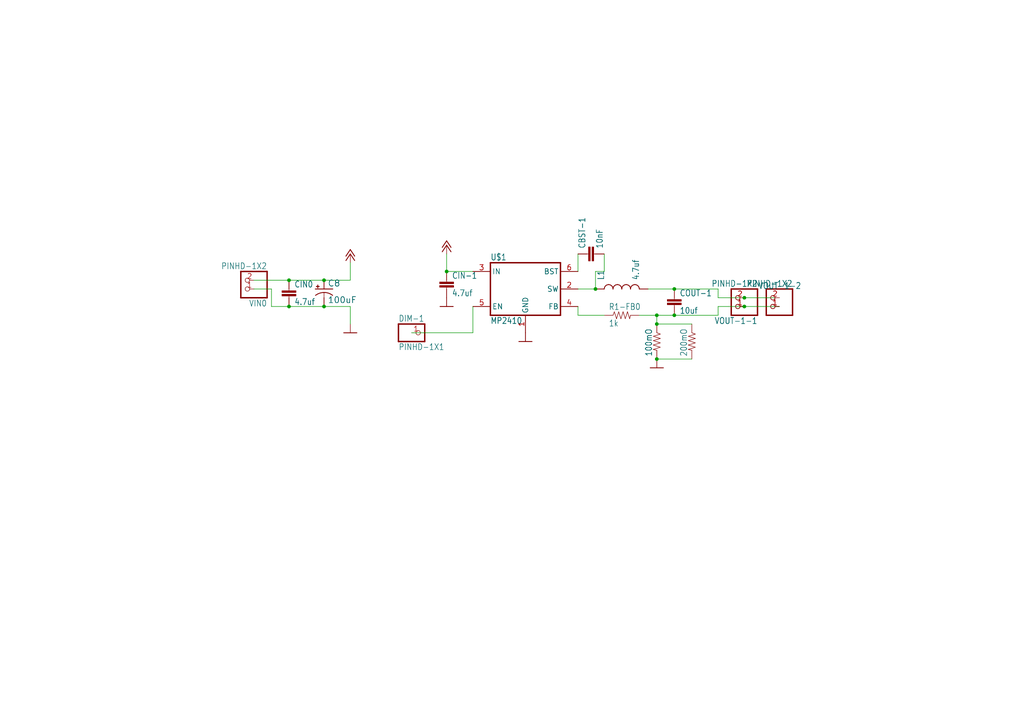
<source format=kicad_sch>
(kicad_sch (version 20250114) (generator "eeschema") (generator_version "9.0")
  (paper "A4")
  (lib_symbols
    (symbol "BikeLight-eagle-import:+12V" (power)
      (symbol "+12V_1_0"
        (polyline (pts (xy 0 1.27) (xy -1.27 -0.635)) (stroke (width 0.254)))
        (polyline (pts (xy 0 0) (xy -1.27 -1.905)) (stroke (width 0.254)))
        (polyline (pts (xy 1.27 -0.635) (xy 0 1.27)) (stroke (width 0.254)))
        (polyline (pts (xy 1.27 -1.905) (xy 0 0)) (stroke (width 0.254)))
        (pin power_in line (at 0 -2.54 90) (length 2.54) (name "+12V") (number "1"))
      )
    )
    (symbol "BikeLight-eagle-import:100UF-POLAR-10X10.5-63V-20%"
      (property "Reference" "C" (at 1.016 0.635 0))
      (symbol "100UF-POLAR-10X10.5-63V-20%_1_0"
        (polyline (pts (xy -2.54 0) (xy 2.54 0)) (stroke (width 0.254)))
        (rectangle (start -2.253 0.668) (end -1.364 0.795) (fill (type outline)))
        (rectangle (start -1.872 0.287) (end -1.745 1.176) (fill (type outline)))
        (arc (start 0 -1) (mid 1.3158 -1.2195) (end 2.4892 -1.8541) (stroke (width 0.254)))
        (arc (start -2.4669 -1.8504) (mid -1.3021 -1.2303) (end 0 -1.0161) (stroke (width 0.254)))
        (polyline (pts (xy 0 -1.016) (xy 0 -2.54)) (stroke (width 0.1524)))
        (pin passive line (at 0 2.54 270) (length 2.54) (name "+") (number "+"))
        (pin passive line (at 0 -5.08 90) (length 2.54) (name "-") (number "-"))
      )
    )
    (symbol "BikeLight-eagle-import:CAP0805"
      (property "Reference" "C" (at 1.524 2.921 0))
      (symbol "CAP0805_1_0"
        (rectangle (start -2.032 1.524) (end 2.032 2.032) (fill (type outline)))
        (rectangle (start -2.032 0.508) (end 2.032 1.016) (fill (type outline)))
        (polyline (pts (xy 0 2.54) (xy 0 2.032)) (stroke (width 0.1524)))
        (polyline (pts (xy 0 0) (xy 0 0.508)) (stroke (width 0.1524)))
        (pin passive line (at 0 5.08 270) (length 2.54) (name "1") (number "1"))
        (pin passive line (at 0 -2.54 90) (length 2.54) (name "2") (number "2"))
      )
    )
    (symbol "BikeLight-eagle-import:CAP1206"
      (property "Reference" "C" (at 1.524 2.921 0))
      (symbol "CAP1206_1_0"
        (rectangle (start -2.032 1.524) (end 2.032 2.032) (fill (type outline)))
        (rectangle (start -2.032 0.508) (end 2.032 1.016) (fill (type outline)))
        (polyline (pts (xy 0 2.54) (xy 0 2.032)) (stroke (width 0.1524)))
        (polyline (pts (xy 0 0) (xy 0 0.508)) (stroke (width 0.1524)))
        (pin passive line (at 0 5.08 270) (length 2.54) (name "1") (number "1"))
        (pin passive line (at 0 -2.54 90) (length 2.54) (name "2") (number "2"))
      )
    )
    (symbol "BikeLight-eagle-import:CAP1210"
      (property "Reference" "C" (at 1.524 2.921 0))
      (symbol "CAP1210_1_0"
        (rectangle (start -2.032 1.524) (end 2.032 2.032) (fill (type outline)))
        (rectangle (start -2.032 0.508) (end 2.032 1.016) (fill (type outline)))
        (polyline (pts (xy 0 2.54) (xy 0 2.032)) (stroke (width 0.1524)))
        (polyline (pts (xy 0 0) (xy 0 0.508)) (stroke (width 0.1524)))
        (pin passive line (at 0 5.08 270) (length 2.54) (name "1") (number "1"))
        (pin passive line (at 0 -2.54 90) (length 2.54) (name "2") (number "2"))
      )
    )
    (symbol "BikeLight-eagle-import:GND" (power)
      (symbol "GND_1_0"
        (polyline (pts (xy -1.905 0) (xy 1.905 0)) (stroke (width 0.254)))
        (pin power_in line (at 0 2.54 270) (length 2.54) (name "GND") (number "1"))
      )
    )
    (symbol "BikeLight-eagle-import:INDUCTORRLB0912"
      (property "Reference" "L" (at 2.54 5.08 0))
      (symbol "INDUCTORRLB0912_1_0"
        (arc (start 1.27 3.81) (mid 0.898 2.912) (end 0 2.54) (stroke (width 0.254)))
        (arc (start 0 5.08) (mid 0.898 4.708) (end 1.27 3.81) (stroke (width 0.254)))
        (arc (start 1.27 1.27) (mid 0.898 0.372) (end 0 0) (stroke (width 0.254)))
        (arc (start 0 0) (mid 0.898 -0.372) (end 1.27 -1.27) (stroke (width 0.254)))
        (arc (start 1.27 -3.81) (mid 0.898 -4.708) (end 0 -5.08) (stroke (width 0.254)))
        (arc (start 0 -2.54) (mid 0.898 -2.912) (end 1.27 -3.81) (stroke (width 0.254)))
        (arc (start 0 2.54) (mid 0.8981 2.168) (end 1.2701 1.2699) (stroke (width 0.254)))
        (arc (start 1.2701 -1.2699) (mid 0.8981 -2.168) (end 0 -2.54) (stroke (width 0.254)))
        (pin passive line (at 0 7.62 270) (length 2.54) (name "1") (number "1"))
        (pin passive line (at 0 -7.62 90) (length 2.54) (name "2") (number "2"))
      )
    )
    (symbol "BikeLight-eagle-import:MP2410"
      (symbol "MP2410_1_0"
        (polyline (pts (xy -20.32 10.16) (xy -20.32 -5.08)) (stroke (width 0.4064)))
        (polyline (pts (xy -20.32 10.16) (xy 0 10.16)) (stroke (width 0.4064)))
        (polyline (pts (xy 0 -5.08) (xy -20.32 -5.08)) (stroke (width 0.4064)))
        (polyline (pts (xy 0 -5.08) (xy 0 10.16)) (stroke (width 0.4064)))
        (pin input line (at -25.4 7.62 0) (length 5.08) (name "IN") (number "3"))
        (pin input line (at -25.4 -2.54 0) (length 5.08) (name "EN") (number "5"))
        (pin input line (at -10.16 -10.16 90) (length 5.08) (name "GND") (number "1"))
        (pin output line (at 5.08 7.62 180) (length 5.08) (name "BST") (number "6"))
        (pin output line (at 5.08 2.54 180) (length 5.08) (name "SW") (number "2"))
        (pin input line (at 5.08 -2.54 180) (length 5.08) (name "FB") (number "4"))
      )
    )
    (symbol "BikeLight-eagle-import:PINHD-1X1"
      (property "Reference" "JP" (at -6.35 3.175 0))
      (symbol "PINHD-1X1_1_0"
        (polyline (pts (xy -6.35 2.54) (xy -6.35 -2.54)) (stroke (width 0.4064)))
        (polyline (pts (xy -6.35 -2.54) (xy 1.27 -2.54)) (stroke (width 0.4064)))
        (polyline (pts (xy 1.27 2.54) (xy -6.35 2.54)) (stroke (width 0.4064)))
        (polyline (pts (xy 1.27 -2.54) (xy 1.27 2.54)) (stroke (width 0.4064)))
        (pin passive inverted (at -2.54 0 0) (length 2.54) (name "1") (number "1"))
      )
    )
    (symbol "BikeLight-eagle-import:PINHD-1X2"
      (property "Reference" "JP" (at -6.35 5.715 0))
      (symbol "PINHD-1X2_1_0"
        (polyline (pts (xy -6.35 5.08) (xy -6.35 -2.54)) (stroke (width 0.4064)))
        (polyline (pts (xy -6.35 -2.54) (xy 1.27 -2.54)) (stroke (width 0.4064)))
        (polyline (pts (xy 1.27 5.08) (xy -6.35 5.08)) (stroke (width 0.4064)))
        (polyline (pts (xy 1.27 -2.54) (xy 1.27 5.08)) (stroke (width 0.4064)))
        (pin passive inverted (at -2.54 2.54 0) (length 2.54) (name "1") (number "1"))
        (pin passive inverted (at -2.54 0 0) (length 2.54) (name "2") (number "2"))
      )
    )
    (symbol "BikeLight-eagle-import:RESISTOR0805-RES"
      (property "Reference" "R" (at -3.81 1.4986 0))
      (symbol "RESISTOR0805-RES_1_0"
        (polyline (pts (xy -2.54 0) (xy -2.159 1.016)) (stroke (width 0.1524)))
        (polyline (pts (xy -2.159 1.016) (xy -1.524 -1.016)) (stroke (width 0.1524)))
        (polyline (pts (xy -1.524 -1.016) (xy -0.889 1.016)) (stroke (width 0.1524)))
        (polyline (pts (xy -0.889 1.016) (xy -0.254 -1.016)) (stroke (width 0.1524)))
        (polyline (pts (xy -0.254 -1.016) (xy 0.381 1.016)) (stroke (width 0.1524)))
        (polyline (pts (xy 0.381 1.016) (xy 1.016 -1.016)) (stroke (width 0.1524)))
        (polyline (pts (xy 1.016 -1.016) (xy 1.651 1.016)) (stroke (width 0.1524)))
        (polyline (pts (xy 1.651 1.016) (xy 2.286 -1.016)) (stroke (width 0.1524)))
        (polyline (pts (xy 2.286 -1.016) (xy 2.54 0)) (stroke (width 0.1524)))
        (pin passive line (at -5.08 0 0) (length 2.54) (name "1") (number "1"))
        (pin passive line (at 5.08 0 180) (length 2.54) (name "2") (number "2"))
      )
    )
    (symbol "BikeLight-eagle-import:RESISTOR1206"
      (property "Reference" "R" (at -3.81 1.4986 0))
      (symbol "RESISTOR1206_1_0"
        (polyline (pts (xy -2.54 0) (xy -2.159 1.016)) (stroke (width 0.1524)))
        (polyline (pts (xy -2.159 1.016) (xy -1.524 -1.016)) (stroke (width 0.1524)))
        (polyline (pts (xy -1.524 -1.016) (xy -0.889 1.016)) (stroke (width 0.1524)))
        (polyline (pts (xy -0.889 1.016) (xy -0.254 -1.016)) (stroke (width 0.1524)))
        (polyline (pts (xy -0.254 -1.016) (xy 0.381 1.016)) (stroke (width 0.1524)))
        (polyline (pts (xy 0.381 1.016) (xy 1.016 -1.016)) (stroke (width 0.1524)))
        (polyline (pts (xy 1.016 -1.016) (xy 1.651 1.016)) (stroke (width 0.1524)))
        (polyline (pts (xy 1.651 1.016) (xy 2.286 -1.016)) (stroke (width 0.1524)))
        (polyline (pts (xy 2.286 -1.016) (xy 2.54 0)) (stroke (width 0.1524)))
        (pin passive line (at -5.08 0 0) (length 2.54) (name "1") (number "1"))
        (pin passive line (at 5.08 0 180) (length 2.54) (name "2") (number "2"))
      )
    )
  )
  (junction (at 93.98 88.9))
  (junction (at 129.54 78.74))
  (junction (at 190.5 91.44))
  (junction (at 190.5 104.14))
  (junction (at 190.5 93.98))
  (junction (at 172.72 83.82))
  (junction (at 195.58 91.44))
  (junction (at 83.82 81.28))
  (junction (at 83.82 88.9))
  (junction (at 215.9 88.9))
  (junction (at 215.9 86.36))
  (junction (at 93.98 81.28))
  (junction (at 195.58 83.82))
  (wire (pts (xy 200.66 104.14) (xy 190.5 104.14)) (stroke (width 0.1524)))
  (wire (pts (xy 73.66 81.28) (xy 83.82 81.28)) (stroke (width 0.1524)))
  (wire (pts (xy 83.82 88.9) (xy 78.74 88.9)) (stroke (width 0.1524)))
  (wire (pts (xy 215.9 86.36) (xy 226.06 86.36)) (stroke (width 0.1524)))
  (wire (pts (xy 78.74 83.82) (xy 78.74 88.9)) (stroke (width 0.1524)))
  (wire (pts (xy 175.26 91.44) (xy 167.64 91.44)) (stroke (width 0.1524)))
  (wire (pts (xy 208.28 88.9) (xy 208.28 91.44)) (stroke (width 0.1524)))
  (wire (pts (xy 93.98 81.28) (xy 101.6 81.28)) (stroke (width 0.1524)))
  (wire (pts (xy 208.28 86.36) (xy 215.9 86.36)) (stroke (width 0.1524)))
  (wire (pts (xy 208.28 91.44) (xy 195.58 91.44)) (stroke (width 0.1524)))
  (wire (pts (xy 129.54 78.74) (xy 129.54 73.66)) (stroke (width 0.1524)))
  (wire (pts (xy 215.9 88.9) (xy 226.06 88.9)) (stroke (width 0.1524)))
  (wire (pts (xy 93.98 88.9) (xy 83.82 88.9)) (stroke (width 0.1524)))
  (wire (pts (xy 167.64 91.44) (xy 167.64 88.9)) (stroke (width 0.1524)))
  (wire (pts (xy 167.64 83.82) (xy 172.72 83.82)) (stroke (width 0.1524)))
  (wire (pts (xy 175.26 78.74) (xy 172.72 78.74)) (stroke (width 0.1524)))
  (wire (pts (xy 195.58 91.44) (xy 190.5 91.44)) (stroke (width 0.1524)))
  (wire (pts (xy 190.5 93.98) (xy 190.5 91.44)) (stroke (width 0.1524)))
  (wire (pts (xy 93.98 88.9) (xy 101.6 88.9)) (stroke (width 0.1524)))
  (wire (pts (xy 137.16 88.9) (xy 137.16 96.52)) (stroke (width 0.1524)))
  (wire (pts (xy 215.9 88.9) (xy 208.28 88.9)) (stroke (width 0.1524)))
  (wire (pts (xy 190.5 93.98) (xy 200.66 93.98)) (stroke (width 0.1524)))
  (wire (pts (xy 190.5 91.44) (xy 185.42 91.44)) (stroke (width 0.1524)))
  (wire (pts (xy 208.28 83.82) (xy 208.28 86.36)) (stroke (width 0.1524)))
  (wire (pts (xy 137.16 96.52) (xy 119.38 96.52)) (stroke (width 0.1524)))
  (wire (pts (xy 83.82 81.28) (xy 93.98 81.28)) (stroke (width 0.1524)))
  (wire (pts (xy 175.26 73.66) (xy 175.26 78.74)) (stroke (width 0.1524)))
  (wire (pts (xy 101.6 88.9) (xy 101.6 93.98)) (stroke (width 0.1524)))
  (wire (pts (xy 101.6 81.28) (xy 101.6 76.2)) (stroke (width 0.1524)))
  (wire (pts (xy 187.96 83.82) (xy 195.58 83.82)) (stroke (width 0.1524)))
  (wire (pts (xy 195.58 83.82) (xy 208.28 83.82)) (stroke (width 0.1524)))
  (wire (pts (xy 167.64 78.74) (xy 167.64 73.66)) (stroke (width 0.1524)))
  (wire (pts (xy 137.16 78.74) (xy 129.54 78.74)) (stroke (width 0.1524)))
  (wire (pts (xy 172.72 78.74) (xy 172.72 83.82)) (stroke (width 0.1524)))
  (wire (pts (xy 73.66 83.82) (xy 78.74 83.82)) (stroke (width 0.1524)))
  (symbol (lib_id "BikeLight-eagle-import:+12V") (at 101.6 73.66 0) (unit 1)
    (property "Reference" "#P+1" (effects (hide yes)))
    (property "Value" "+12V" (effects (hide yes)))
  )
  (symbol (lib_id "BikeLight-eagle-import:CAP1210") (at 195.58 88.9 0) (unit 1)
    (property "Reference" "COUT-1" (at 197.104 85.979 0) (effects (font (size 1.778 1.5113)) (justify left bottom)))
    (property "Value" "10uf" (at 197.104 91.059 0) (effects (font (size 1.778 1.5113)) (justify left bottom)))
    (property "Footprint" "BikeLight:1210" (effects (hide yes)))
  )
  (symbol (lib_id "BikeLight-eagle-import:PINHD-1X2") (at 71.12 81.28 180) (unit 1)
    (property "Reference" "VIN0" (at 77.47 86.995 0) (effects (font (size 1.778 1.5113)) (justify left bottom)))
    (property "Value" "PINHD-1X2" (at 77.47 76.2 0) (effects (font (size 1.778 1.5113)) (justify left bottom)))
    (property "Footprint" "BikeLight:1X02" (effects (hide yes)))
  )
  (symbol (lib_id "BikeLight-eagle-import:RESISTOR1206") (at 200.66 99.06 270) (unit 1)
    (property "Reference" "R1-SENSE1-2" (effects (hide yes)))
    (property "Value" "200mO" (at 197.358 95.25 0) (effects (font (size 1.778 1.5113)) (justify left bottom)))
    (property "Footprint" "BikeLight:1206" (effects (hide yes)))
  )
  (symbol (lib_id "BikeLight-eagle-import:100UF-POLAR-10X10.5-63V-20%") (at 93.98 83.82 0) (unit 1)
    (property "Reference" "C8" (at 94.996 83.185 0) (effects (font (size 1.778 1.778)) (justify left bottom)))
    (property "Value" "100uF" (at 94.996 88.011 0) (effects (font (size 1.778 1.778)) (justify left bottom)))
    (property "Footprint" "BikeLight:NIC_10X10.5_CAP" (effects (hide yes)))
  )
  (symbol (lib_id "BikeLight-eagle-import:CAP1206") (at 83.82 86.36 0) (unit 1)
    (property "Reference" "CIN0" (at 85.344 83.439 0) (effects (font (size 1.778 1.5113)) (justify left bottom)))
    (property "Value" "4.7uf" (at 85.344 88.519 0) (effects (font (size 1.778 1.5113)) (justify left bottom)))
    (property "Footprint" "BikeLight:1206" (effects (hide yes)))
  )
  (symbol (lib_id "BikeLight-eagle-import:GND") (at 152.4 99.06 0) (unit 1)
    (property "Reference" "#GND9" (effects (hide yes)))
    (property "Value" "GND" (effects (hide yes)))
  )
  (symbol (lib_id "BikeLight-eagle-import:GND") (at 101.6 96.52 0) (unit 1)
    (property "Reference" "#GND1" (effects (hide yes)))
    (property "Value" "GND" (effects (hide yes)))
  )
  (symbol (lib_id "BikeLight-eagle-import:+12V") (at 129.54 71.12 0) (unit 1)
    (property "Reference" "#P+2" (effects (hide yes)))
    (property "Value" "+12V" (effects (hide yes)))
  )
  (symbol (lib_id "BikeLight-eagle-import:PINHD-1X2") (at 223.52 86.36 180) (unit 1)
    (property "Reference" "VOUT-1-2" (at 232.41 81.915 0) (effects (font (size 1.778 1.5113)) (justify left bottom)))
    (property "Value" "PINHD-1X2" (at 229.87 81.28 0) (effects (font (size 1.778 1.5113)) (justify left bottom)))
    (property "Footprint" "BikeLight:1X02" (effects (hide yes)))
  )
  (symbol (lib_id "BikeLight-eagle-import:RESISTOR0805-RES") (at 180.34 91.44 0) (unit 1)
    (property "Reference" "R1-FB0" (at 176.53 89.9414 0) (effects (font (size 1.778 1.5113)) (justify left bottom)))
    (property "Value" "1k" (at 176.53 94.742 0) (effects (font (size 1.778 1.5113)) (justify left bottom)))
    (property "Footprint" "BikeLight:0805" (effects (hide yes)))
  )
  (symbol (lib_id "BikeLight-eagle-import:PINHD-1X2") (at 213.36 86.36 180) (unit 1)
    (property "Reference" "VOUT-1-1" (at 219.71 92.075 0) (effects (font (size 1.778 1.5113)) (justify left bottom)))
    (property "Value" "PINHD-1X2" (at 219.71 81.28 0) (effects (font (size 1.778 1.5113)) (justify left bottom)))
    (property "Footprint" "BikeLight:1X02" (effects (hide yes)))
  )
  (symbol (lib_id "BikeLight-eagle-import:RESISTOR1206") (at 190.5 99.06 270) (unit 1)
    (property "Reference" "R1-SENSE-1" (effects (hide yes)))
    (property "Value" "100mO" (at 187.198 95.25 0) (effects (font (size 1.778 1.5113)) (justify left bottom)))
    (property "Footprint" "BikeLight:1206" (effects (hide yes)))
  )
  (symbol (lib_id "BikeLight-eagle-import:CAP0805") (at 172.72 73.66 90) (unit 1)
    (property "Reference" "CBST-1" (at 169.799 72.136 0) (effects (font (size 1.778 1.5113)) (justify left bottom)))
    (property "Value" "10nF" (at 174.879 72.136 0) (effects (font (size 1.778 1.5113)) (justify left bottom)))
    (property "Footprint" "BikeLight:0805" (effects (hide yes)))
  )
  (symbol (lib_id "BikeLight-eagle-import:INDUCTORRLB0912") (at 180.34 83.82 90) (unit 1)
    (property "Reference" "L1" (at 175.26 81.28 0) (effects (font (size 1.778 1.5113)) (justify left bottom)))
    (property "Value" "4.7uf" (at 185.42 81.28 0) (effects (font (size 1.778 1.5113)) (justify left bottom)))
    (property "Footprint" "BikeLight:RLB0912" (effects (hide yes)))
  )
  (symbol (lib_id "BikeLight-eagle-import:GND") (at 190.5 106.68 0) (unit 1)
    (property "Reference" "#GND10" (effects (hide yes)))
    (property "Value" "GND" (effects (hide yes)))
  )
  (symbol (lib_id "BikeLight-eagle-import:GND") (at 129.54 88.9 0) (unit 1)
    (property "Reference" "#GND5" (effects (hide yes)))
    (property "Value" "GND" (effects (hide yes)))
  )
  (symbol (lib_id "BikeLight-eagle-import:CAP1206") (at 129.54 83.82 0) (unit 1)
    (property "Reference" "CIN-1" (at 131.064 80.899 0) (effects (font (size 1.778 1.5113)) (justify left bottom)))
    (property "Value" "4.7uf" (at 131.064 85.979 0) (effects (font (size 1.778 1.5113)) (justify left bottom)))
    (property "Footprint" "BikeLight:1206" (effects (hide yes)))
  )
  (symbol (lib_id "BikeLight-eagle-import:MP2410") (at 162.56 86.36 0) (unit 1)
    (property "Reference" "U$1" (at 142.24 75.565 0) (effects (font (size 1.778 1.5113)) (justify left bottom)))
    (property "Value" "MP2410" (at 142.24 93.98 0) (effects (font (size 1.778 1.5113)) (justify left bottom)))
    (property "Footprint" "BikeLight:TSOT23-6" (effects (hide yes)))
  )
  (symbol (lib_id "BikeLight-eagle-import:PINHD-1X1") (at 121.92 96.52 0) (unit 1)
    (property "Reference" "DIM-1" (at 115.57 93.345 0) (effects (font (size 1.778 1.5113)) (justify left bottom)))
    (property "Value" "PINHD-1X1" (at 115.57 101.6 0) (effects (font (size 1.778 1.5113)) (justify left bottom)))
    (property "Footprint" "BikeLight:1X01" (effects (hide yes)))
  )
)
</source>
